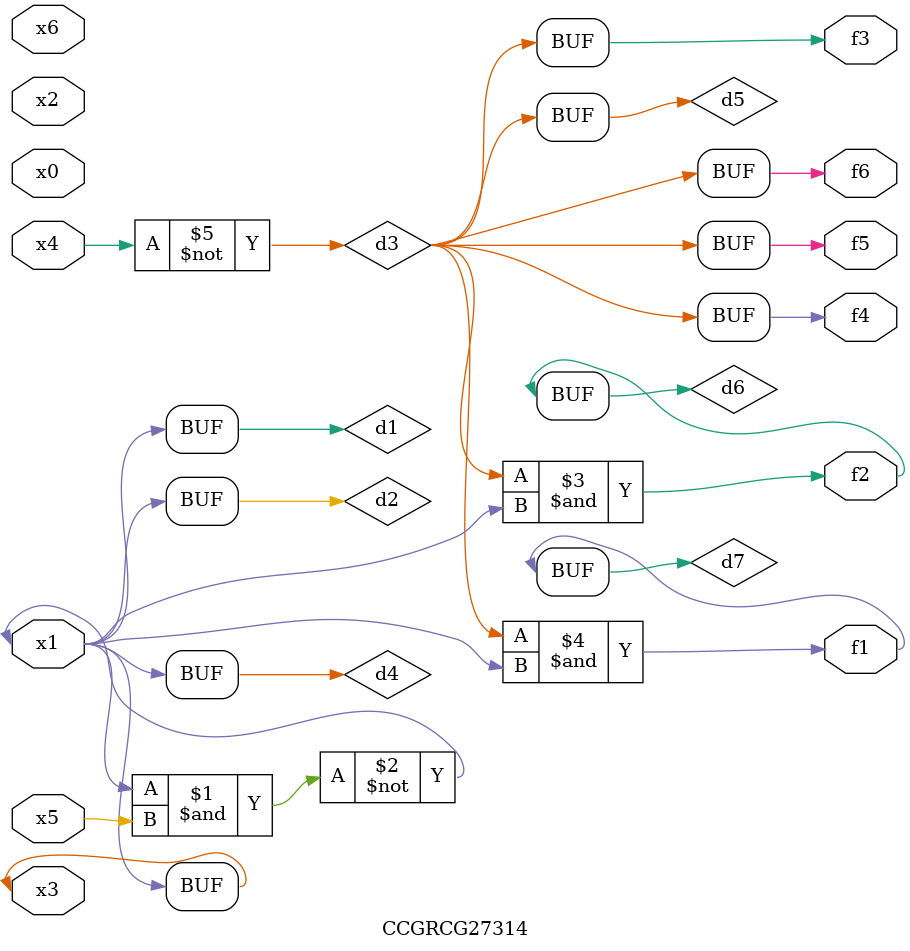
<source format=v>
module CCGRCG27314(
	input x0, x1, x2, x3, x4, x5, x6,
	output f1, f2, f3, f4, f5, f6
);

	wire d1, d2, d3, d4, d5, d6, d7;

	buf (d1, x1, x3);
	nand (d2, x1, x5);
	not (d3, x4);
	buf (d4, d1, d2);
	buf (d5, d3);
	and (d6, d3, d4);
	and (d7, d3, d4);
	assign f1 = d7;
	assign f2 = d6;
	assign f3 = d5;
	assign f4 = d5;
	assign f5 = d5;
	assign f6 = d5;
endmodule

</source>
